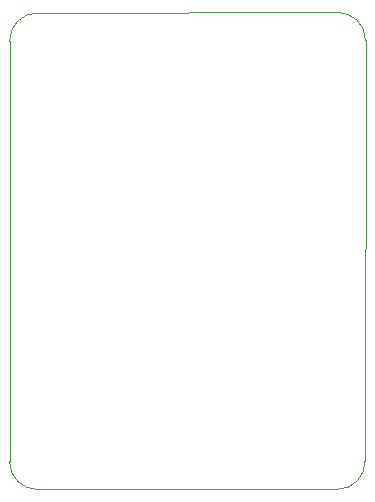
<source format=gbr>
%TF.GenerationSoftware,KiCad,Pcbnew,(7.0.0)*%
%TF.CreationDate,2023-04-15T22:01:32+02:00*%
%TF.ProjectId,incredibly_simple_voltage_regulator,696e6372-6564-4696-926c-795f73696d70,rev?*%
%TF.SameCoordinates,Original*%
%TF.FileFunction,Profile,NP*%
%FSLAX46Y46*%
G04 Gerber Fmt 4.6, Leading zero omitted, Abs format (unit mm)*
G04 Created by KiCad (PCBNEW (7.0.0)) date 2023-04-15 22:01:32*
%MOMM*%
%LPD*%
G01*
G04 APERTURE LIST*
%TA.AperFunction,Profile*%
%ADD10C,0.100000*%
%TD*%
G04 APERTURE END LIST*
D10*
X73203731Y-65750339D02*
G75*
G03*
X75604304Y-68100337I2350569J39D01*
G01*
X75604304Y-68100338D02*
X100950001Y-68100531D01*
X100945696Y-27709662D02*
X75559661Y-27753773D01*
X103300000Y-65700000D02*
X103346227Y-30059661D01*
X100950001Y-68100531D02*
G75*
G03*
X103299999Y-65700000I-1J2350531D01*
G01*
X73209662Y-30154304D02*
X73203773Y-65750339D01*
X75559661Y-27753731D02*
G75*
G03*
X73209663Y-30154304I39J-2350569D01*
G01*
X103346269Y-30059661D02*
G75*
G03*
X100945696Y-27709663I-2350569J-39D01*
G01*
M02*

</source>
